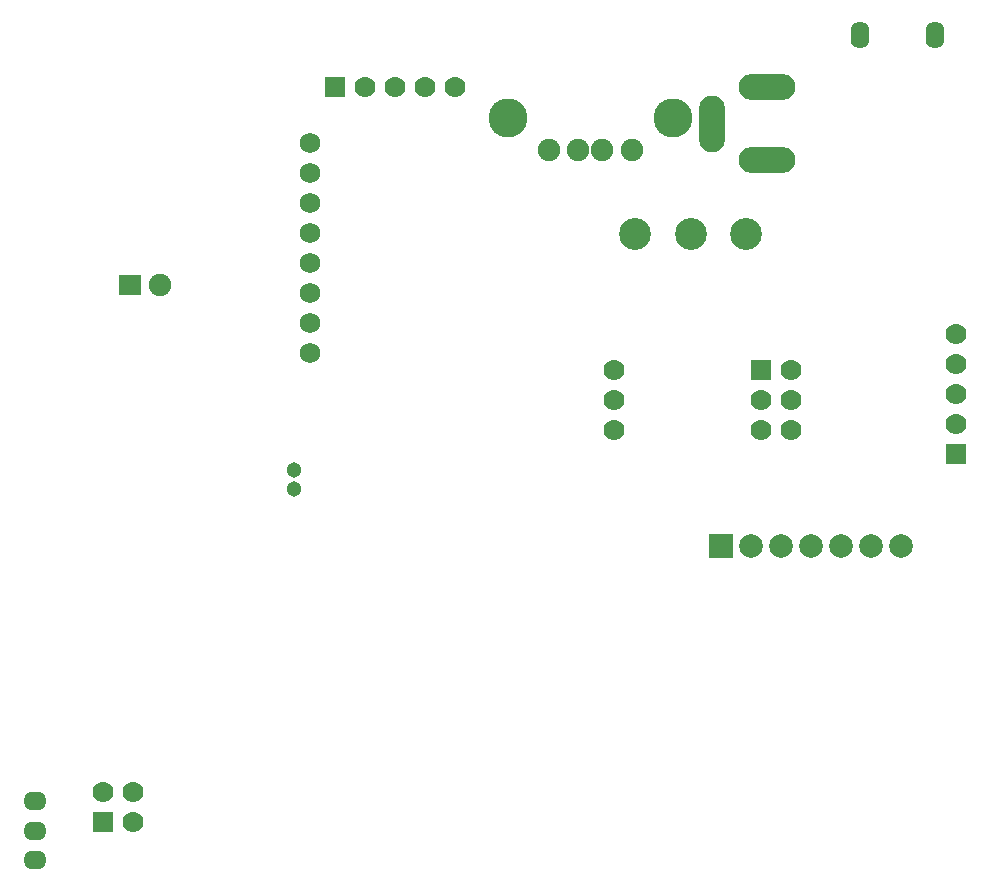
<source format=gbs>
G04*
G04 #@! TF.GenerationSoftware,Altium Limited,Altium Designer,20.2.8 (258)*
G04*
G04 Layer_Color=16711935*
%FSLAX25Y25*%
%MOIN*%
G70*
G04*
G04 #@! TF.SameCoordinates,8B033AF5-0F56-4633-A6EA-0BBE3F1FE994*
G04*
G04*
G04 #@! TF.FilePolarity,Negative*
G04*
G01*
G75*
%ADD68O,0.06312X0.09068*%
%ADD69C,0.05124*%
%ADD70C,0.07493*%
%ADD71R,0.07493X0.07000*%
%ADD72C,0.07887*%
%ADD73R,0.07887X0.07887*%
%ADD74C,0.06800*%
%ADD75O,0.18910X0.08674*%
%ADD76O,0.08674X0.18910*%
%ADD77C,0.07000*%
%ADD78R,0.07000X0.07000*%
%ADD79R,0.07000X0.07000*%
%ADD80O,0.07690X0.06312*%
%ADD81C,0.10642*%
%ADD82C,0.13005*%
D68*
X314173Y300836D02*
D03*
X339370D02*
D03*
D69*
X125550Y149230D02*
D03*
Y155529D02*
D03*
D70*
X81113Y217469D02*
D03*
X238189Y262382D02*
D03*
X228346D02*
D03*
X220472D02*
D03*
X210630D02*
D03*
D71*
X71113Y217469D02*
D03*
D72*
X328110Y130295D02*
D03*
X318110D02*
D03*
X308110D02*
D03*
X298110D02*
D03*
X288110D02*
D03*
X278110D02*
D03*
D73*
X268110D02*
D03*
D74*
X131102Y194843D02*
D03*
Y204842D02*
D03*
X131102Y214843D02*
D03*
X131102Y224843D02*
D03*
Y234842D02*
D03*
X131102Y244843D02*
D03*
X131102Y254842D02*
D03*
Y264843D02*
D03*
D75*
X283464Y259056D02*
D03*
X283465Y283465D02*
D03*
D76*
X264960Y270866D02*
D03*
D77*
X291496Y169134D02*
D03*
X281496D02*
D03*
X291496Y179134D02*
D03*
X281496D02*
D03*
X291496Y189134D02*
D03*
X179291Y283465D02*
D03*
X169291D02*
D03*
X159291D02*
D03*
X149291D02*
D03*
X346457Y201102D02*
D03*
Y191102D02*
D03*
Y181102D02*
D03*
Y171102D02*
D03*
X61929Y48307D02*
D03*
X71929Y38307D02*
D03*
Y48307D02*
D03*
X232283Y168976D02*
D03*
Y178976D02*
D03*
Y188976D02*
D03*
D78*
X281496Y189134D02*
D03*
X346457Y161102D02*
D03*
D79*
X139291Y283465D02*
D03*
X61929Y38307D02*
D03*
D80*
X39371Y45276D02*
D03*
X39371Y35434D02*
D03*
Y25591D02*
D03*
D81*
X276378Y234252D02*
D03*
X257874D02*
D03*
X239370D02*
D03*
D82*
X196851Y273051D02*
D03*
X251968D02*
D03*
M02*

</source>
